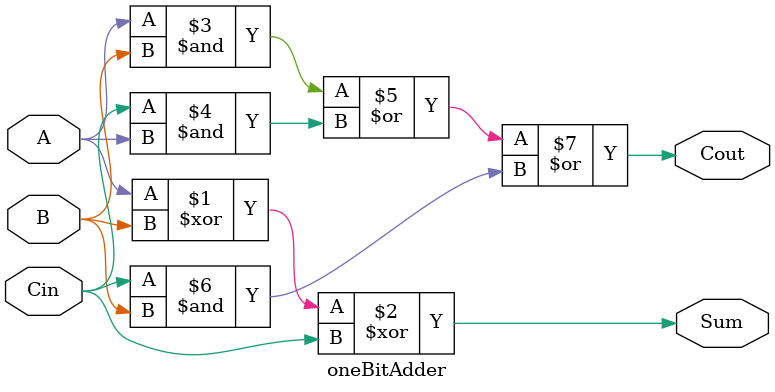
<source format=sv>
module oneBitAdder (
    input logic A,          // Entrada A
    input logic B,          // Entrada B
    input logic Cin,        // Carry in
    output logic Sum,         // Suma
    output logic Cout       // Carry out
);

    // Lógica del sumador completo de 1 bit
    assign Sum = A ^ B ^ Cin;               // Suma
    assign Cout = (A & B) | (Cin & A) | (Cin & B);  // Carry out

endmodule
</source>
